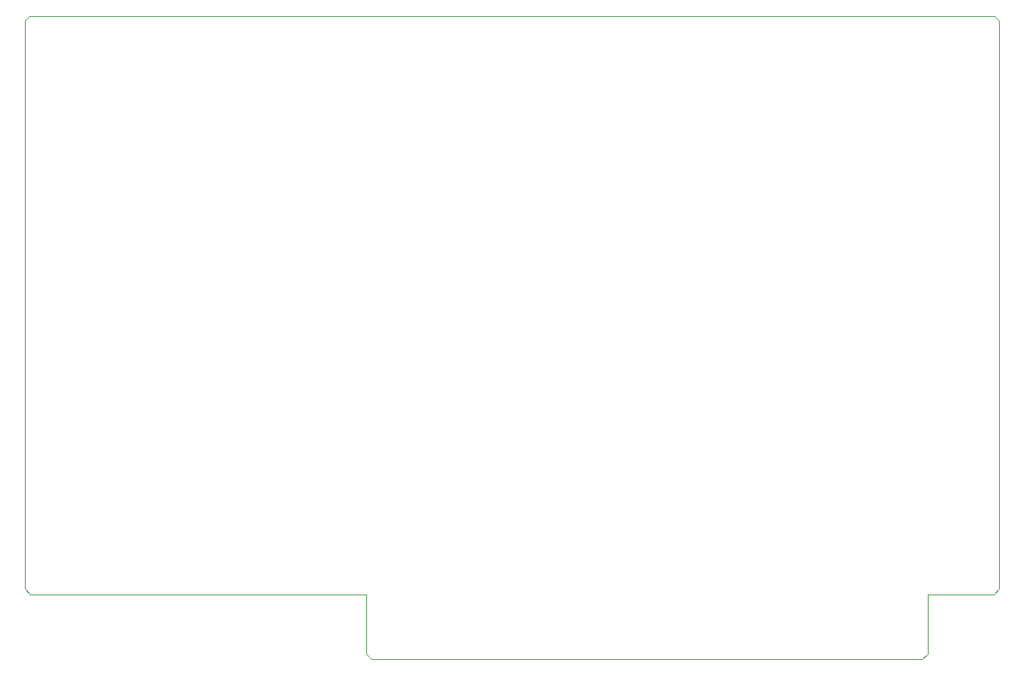
<source format=gbr>
%TF.GenerationSoftware,KiCad,Pcbnew,7.0.6*%
%TF.CreationDate,2023-09-09T11:39:23-04:00*%
%TF.ProjectId,AppleVGA,4170706c-6556-4474-912e-6b696361645f,B*%
%TF.SameCoordinates,Original*%
%TF.FileFunction,Profile,NP*%
%FSLAX46Y46*%
G04 Gerber Fmt 4.6, Leading zero omitted, Abs format (unit mm)*
G04 Created by KiCad (PCBNEW 7.0.6) date 2023-09-09 11:39:23*
%MOMM*%
%LPD*%
G01*
G04 APERTURE LIST*
%TA.AperFunction,Profile*%
%ADD10C,0.100000*%
%TD*%
G04 APERTURE END LIST*
D10*
X193040000Y-132715000D02*
X193040000Y-67183000D01*
X192532000Y-66675000D02*
X81153000Y-66675000D01*
X81280000Y-133350000D02*
X120015000Y-133350000D01*
X184785000Y-133350000D02*
X192405000Y-133350000D01*
X81153000Y-66675000D02*
X80645000Y-67183000D01*
X192532000Y-66675000D02*
X193040000Y-67183000D01*
X80645000Y-132715000D02*
X81280000Y-133350000D01*
X192405000Y-133350000D02*
X193040000Y-132715000D01*
X80645000Y-67183000D02*
X80645000Y-132715000D01*
%TO.C,J1*%
X120015000Y-140208000D02*
X120015000Y-133350000D01*
X120650000Y-140843000D02*
X120015000Y-140208000D01*
X184150000Y-140843000D02*
X120650000Y-140843000D01*
X184150000Y-140843000D02*
X184785000Y-140208000D01*
X184785000Y-133350000D02*
X184785000Y-140208000D01*
%TD*%
M02*

</source>
